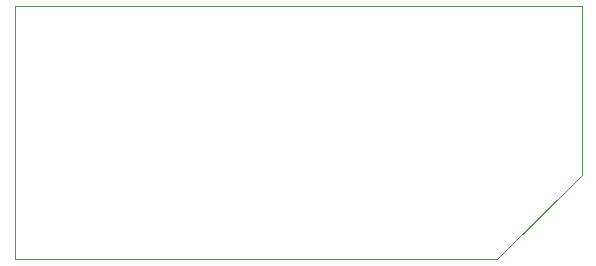
<source format=gbr>
%TF.GenerationSoftware,KiCad,Pcbnew,5.1.10*%
%TF.CreationDate,2021-11-10T11:09:16+01:00*%
%TF.ProjectId,Buck-Converter,4275636b-2d43-46f6-9e76-65727465722e,rev?*%
%TF.SameCoordinates,Original*%
%TF.FileFunction,Profile,NP*%
%FSLAX46Y46*%
G04 Gerber Fmt 4.6, Leading zero omitted, Abs format (unit mm)*
G04 Created by KiCad (PCBNEW 5.1.10) date 2021-11-10 11:09:16*
%MOMM*%
%LPD*%
G01*
G04 APERTURE LIST*
%TA.AperFunction,Profile*%
%ADD10C,0.050000*%
%TD*%
G04 APERTURE END LIST*
D10*
X86490000Y-65990000D02*
X134550000Y-65990000D01*
X86490000Y-87400000D02*
X86490000Y-65990000D01*
X127370000Y-87400000D02*
X86490000Y-87400000D01*
X134550000Y-80220000D02*
X127370000Y-87400000D01*
X134550000Y-65990000D02*
X134550000Y-80220000D01*
M02*

</source>
